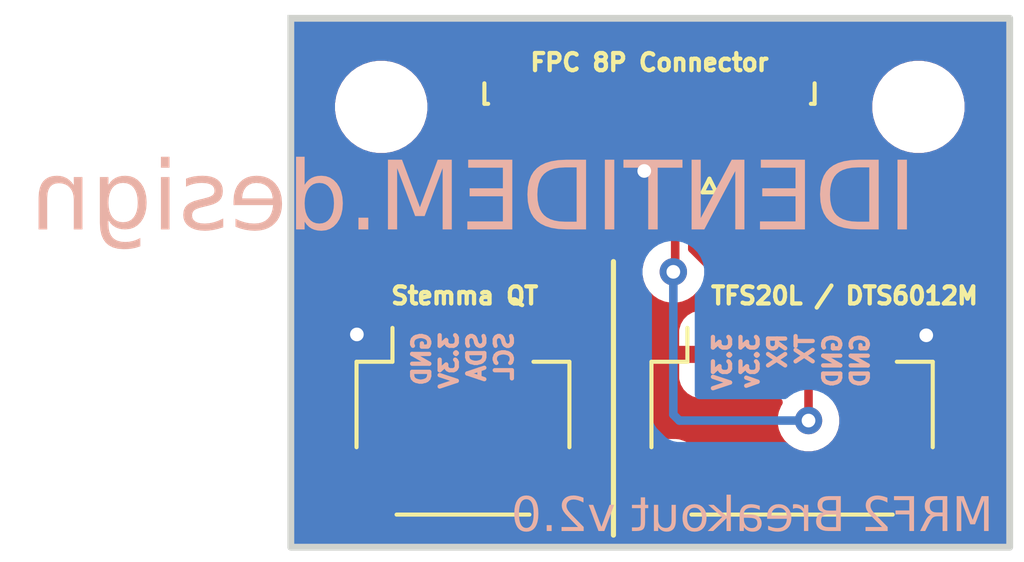
<source format=kicad_pcb>
(kicad_pcb (version 20241229) (generator "pcbnew") (generator_version "9.0")
  (layers (0 "F.Cu" signal) (2 "B.Cu" signal) (13 "F.Paste" user) (15 "B.Paste" user) (5 "F.SilkS" user "F.Silkscreen") (7 "B.SilkS" user "B.Silkscreen") (1 "F.Mask" user) (3 "B.Mask" user) (25 "Edge.Cuts" user))
  (net 0 "")
  (net 1 "/GND")
  (net 2 "Net-(J5-Pin_2)")
  (net 3 "/3.3V")
  (net 4 "Net-(J5-Pin_3)")
  (net 5 "Net-(J5-Pin_7)")
  (net 6 "Net-(J5-Pin_8)")
  (footprint "Connector_FFC-FPC:TE_0-1734839-8_1x08-1MP_P0.5mm_Horizontal" (layer "F.Cu") (at 127.8038 127.4262 180)
    (property "Reference" "J5" (hide yes))
    (property "Value" "FPC 8P Connector" (at 0 3.25 0) (layer "F.SilkS") (effects (font (size 0.5 0.5) (thickness 0.7))))
    (fp_line (start 4.825 2.04) (end 4.825 2.64) (stroke (width 0.12)) (layer "F.SilkS"))
    (fp_line (start 4.715 2.04) (end 4.825 2.04) (stroke (width 0.12)) (layer "F.SilkS"))
    (fp_line (start -1.55 -0.55) (end -1.95 -0.55) (stroke (width 0.12)) (layer "F.SilkS"))
    (fp_line (start -1.75 -0.15) (end -1.55 -0.55) (stroke (width 0.12)) (layer "F.SilkS"))
    (fp_line (start -1.95 -0.55) (end -1.75 -0.15) (stroke (width 0.12)) (layer "F.SilkS"))
    (fp_line (start -4.715 2.04) (end -4.825 2.04) (stroke (width 0.12)) (layer "F.SilkS"))
    (fp_line (start -4.825 2.04) (end -4.825 2.64) (stroke (width 0.12)) (layer "F.SilkS"))
    (pad "1" smd rect (at -1.75 -1.35 180) (size 0.3 1.1) (layers "F.Cu" "F.Mask" "F.Paste") (net 3 "/3.3V"))
    (pad "2" smd rect (at -1.25 -1.35 180) (size 0.3 1.1) (layers "F.Cu" "F.Mask" "F.Paste") (net 2 "Net-(J5-Pin_2)"))
    (pad "3" smd rect (at -0.75 -1.35 180) (size 0.3 1.1) (layers "F.Cu" "F.Mask" "F.Paste") (net 4 "Net-(J5-Pin_3)"))
    (pad "4" smd rect (at -0.25 -1.35 180) (size 0.3 1.1) (layers "F.Cu" "F.Mask" "F.Paste") (net 1 "/GND"))
    (pad "5" smd rect (at 0.25 -1.35 180) (size 0.3 1.1) (layers "F.Cu" "F.Mask" "F.Paste") (net 1 "/GND"))
    (pad "6" smd rect (at 0.75 -1.35 180) (size 0.3 1.1) (layers "F.Cu" "F.Mask" "F.Paste") (net 3 "/3.3V"))
    (pad "7" smd rect (at 1.25 -1.35 180) (size 0.3 1.1) (layers "F.Cu" "F.Mask" "F.Paste") (net 5 "Net-(J5-Pin_7)"))
    (pad "8" smd rect (at 1.75 -1.35 180) (size 0.3 1.1) (layers "F.Cu" "F.Mask" "F.Paste") (net 6 "Net-(J5-Pin_8)"))
    (pad "MP" smd rect (at -3.42 0.35 180) (size 2.3 3.1) (layers "F.Cu" "F.Mask" "F.Paste"))
    (pad "MP" smd rect (at 3.42 0.35 180) (size 2.3 3.1) (layers "F.Cu" "F.Mask" "F.Paste"))
  )
  (footprint "MountingHole:MountingHole_2.2mm_M2" (layer "F.Cu") (at 119.9642 125.476)
    (property "Reference" "REF**" (hide yes))
    (property "Value" "MountingHole_2.2mm_M2" (hide yes))
    (pad "" np_thru_hole circle (at 0 0) (size 2.2 2.2) (drill 2.2) (layers "*.Cu" "*.Mask"))
  )
  (footprint "Connector_JST:JST_SH_SM04B-SRSS-TB_1x04-1MP_P1.00mm_Horizontal" (layer "F.Cu") (at 122.3532 134.715)
    (property "Reference" "J6" (hide yes))
    (property "Value" "Stemma QT" (at 0.0494 -3.715 0) (layer "F.SilkS") (effects (font (size 0.5 0.5) (thickness 0.125))))
    (fp_line (start -3.11 -1.785) (end -2.06 -1.785) (stroke (width 0.12)) (layer "F.SilkS"))
    (fp_line (start -3.11 0.715) (end -3.11 -1.785) (stroke (width 0.12)) (layer "F.SilkS"))
    (fp_line (start -2.06 -1.785) (end -2.06 -2.775) (stroke (width 0.12)) (layer "F.SilkS"))
    (fp_line (start -1.94 2.685) (end 1.94 2.685) (stroke (width 0.12)) (layer "F.SilkS"))
    (fp_line (start 3.11 -1.785) (end 2.06 -1.785) (stroke (width 0.12)) (layer "F.SilkS"))
    (fp_line (start 3.11 0.715) (end 3.11 -1.785) (stroke (width 0.12)) (layer "F.SilkS"))
    (pad "1" smd roundrect (at -1.5 -2) (size 0.6 1.55) (layers "F.Cu" "F.Mask" "F.Paste") (net 1 "/GND"))
    (pad "2" smd roundrect (at -0.5 -2) (size 0.6 1.55) (layers "F.Cu" "F.Mask" "F.Paste") (net 3 "/3.3V"))
    (pad "3" smd roundrect (at 0.5 -2) (size 0.6 1.55) (layers "F.Cu" "F.Mask" "F.Paste") (net 5 "Net-(J5-Pin_7)"))
    (pad "4" smd roundrect (at 1.5 -2) (size 0.6 1.55) (layers "F.Cu" "F.Mask" "F.Paste") (net 6 "Net-(J5-Pin_8)"))
    (pad "MP" smd roundrect (at -2.8 1.875) (size 1.2 1.8) (layers "F.Cu" "F.Mask" "F.Paste") (roundrect_rratio 0.2083333333))
    (pad "MP" smd roundrect (at 2.8 1.875) (size 1.2 1.8) (layers "F.Cu" "F.Mask" "F.Paste") (roundrect_rratio 0.2083333333))
  )
  (footprint "Connector_JST:JST_SH_SM06B-SRSS-TB_1x06-1MP_P1.00mm_Horizontal" (layer "F.Cu") (at 131.9704 134.715)
    (property "Reference" "J7" (hide yes))
    (property "Value" "TFS20L / DTS6012M" (at 1.5296 -3.715 0) (layer "F.SilkS") (effects (font (size 0.5 0.5) (thickness 0.125))))
    (fp_line (start -4.11 -1.785) (end -3.06 -1.785) (stroke (width 0.12)) (layer "F.SilkS"))
    (fp_line (start -4.11 0.715) (end -4.11 -1.785) (stroke (width 0.12)) (layer "F.SilkS"))
    (fp_line (start -3.06 -1.785) (end -3.06 -2.775) (stroke (width 0.12)) (layer "F.SilkS"))
    (fp_line (start -2.94 2.685) (end 2.94 2.685) (stroke (width 0.12)) (layer "F.SilkS"))
    (fp_line (start 4.11 -1.785) (end 3.06 -1.785) (stroke (width 0.12)) (layer "F.SilkS"))
    (fp_line (start 4.11 0.715) (end 4.11 -1.785) (stroke (width 0.12)) (layer "F.SilkS"))
    (pad "1" smd roundrect (at -2.5 -2) (size 0.6 1.55) (layers "F.Cu" "F.Mask" "F.Paste") (net 3 "/3.3V"))
    (pad "2" smd roundrect (at -1.5 -2) (size 0.6 1.55) (layers "F.Cu" "F.Mask" "F.Paste") (net 3 "/3.3V"))
    (pad "3" smd roundrect (at -0.5 -2) (size 0.6 1.55) (layers "F.Cu" "F.Mask" "F.Paste") (net 2 "Net-(J5-Pin_2)"))
    (pad "4" smd roundrect (at 0.5 -2) (size 0.6 1.55) (layers "F.Cu" "F.Mask" "F.Paste") (net 4 "Net-(J5-Pin_3)"))
    (pad "5" smd roundrect (at 1.5 -2) (size 0.6 1.55) (layers "F.Cu" "F.Mask" "F.Paste") (net 1 "/GND"))
    (pad "6" smd roundrect (at 2.5 -2) (size 0.6 1.55) (layers "F.Cu" "F.Mask" "F.Paste") (net 1 "/GND"))
    (pad "MP" smd roundrect (at -3.8 1.875) (size 1.2 1.8) (layers "F.Cu" "F.Mask" "F.Paste") (roundrect_rratio 0.2083333333))
    (pad "MP" smd roundrect (at 3.8 1.875) (size 1.2 1.8) (layers "F.Cu" "F.Mask" "F.Paste") (roundrect_rratio 0.2083333333))
  )
  (footprint "MountingHole:MountingHole_2.2mm_M2" (layer "F.Cu") (at 135.6614 125.476)
    (property "Reference" "REF**" (hide yes))
    (property "Value" "MountingHole_2.2mm_M2" (hide yes))
    (pad "" np_thru_hole circle (at 0 0) (size 2.2 2.2) (drill 2.2) (layers "*.Cu" "*.Mask"))
  )
  (gr_line (start 126.75 138) (end 126.75 130) (stroke (width 0.15)) (layer "F.SilkS"))
  (gr_rect (start 117.3226 122.8852) (end 138.3284 138.3538) (stroke (width 0.2)) (fill no) (layer "Edge.Cuts"))
  (gr_text "GND\n3.3V\nSDA\nSCL" (at 123.85 132 90) (layer "B.SilkS") (effects (font (size 0.5 0.5) (thickness 0.125)) (justify left bottom mirror)))
  (gr_text "IDENTIDEM.design \n" (at 135.6 129.4 0) (layer "B.SilkS") (effects (font (size 2 2)) (justify left bottom mirror)))
  (gr_text "MRF2 Breakout v2.0" (at 137.85 138.05 0) (layer "B.SilkS") (effects (font (size 1 1)) (justify left bottom mirror)))
  (gr_text "3.3V\n3.3v\nRX\nTX\nGND\nGND" (at 134.25 132.05 90) (layer "B.SilkS") (effects (font (size 0.5 0.5) (thickness 0.125)) (justify left bottom mirror)))
  (segment (start 133.4704 133.161751) (end 133.4704 132.75) (width 0.25) (layer "F.Cu") (net 1))
  (segment (start 133.4704 132.75) (end 133.4704 132.715) (width 0.25) (layer "F.Cu") (net 1))
  (segment (start 120.269 132.1308) (end 120.8532 132.715) (width 0.25) (layer "F.Cu") (net 1))
  (segment (start 133.4704 132.715) (end 134.4704 132.715) (width 0.25) (layer "F.Cu") (net 1))
  (segment (start 135.0292 132.1562) (end 134.4704 132.715) (width 0.25) (layer "F.Cu") (net 1))
  (segment (start 135.89 132.1562) (end 135.0292 132.1562) (width 0.25) (layer "F.Cu") (net 1))
  (segment (start 127.65 128.3724) (end 128.0538 128.7762) (width 0.25) (layer "F.Cu") (net 1))
  (segment (start 119.253 132.1308) (end 120.269 132.1308) (width 0.25) (layer "F.Cu") (net 1))
  (segment (start 127.65 127.35) (end 127.65 128.3724) (width 0.25) (layer "F.Cu") (net 1))
  (via (at 135.89 132.1562) (size 0.8) (drill 0.4) (layers "F.Cu" "B.Cu") (net 1))
  (via (at 119.253 132.1308) (size 0.8) (drill 0.4) (layers "F.Cu" "B.Cu") (net 1))
  (via (at 127.65 127.35) (size 0.8) (drill 0.4) (layers "F.Cu" "B.Cu") (net 1))
  (segment (start 131.4704 132.0428) (end 131.4704 132.715) (width 0.25) (layer "F.Cu") (net 2))
  (segment (start 129.0538 128.7762) (end 129.0538 129.6262) (width 0.25) (layer "F.Cu") (net 2))
  (segment (start 129.0538 129.6262) (end 131.4704 132.0428) (width 0.25) (layer "F.Cu") (net 2))
  (segment (start 129.5538 128.7762) (end 129.5538 127.5288) (width 0.25) (layer "F.Cu") (net 3))
  (segment (start 127.0538 128.7762) (end 127.0538 127.78052) (width 0.25) (layer "F.Cu") (net 3))
  (segment (start 127.0538 127.78052) (end 126.5 127.22672) (width 0.25) (layer "F.Cu") (net 3))
  (segment (start 129.3622 132.6068) (end 129.4704 132.715) (width 0.25) (layer "F.Cu") (net 3))
  (segment (start 126.5 127.22672) (end 126.5 127.05) (width 0.25) (layer "F.Cu") (net 3))
  (segment (start 129.5538 127.5288) (end 129.3 127.275) (width 0.25) (layer "F.Cu") (net 3))
  (segment (start 121.793 132.7752) (end 121.8532 132.715) (width 0.25) (layer "F.Cu") (net 3))
  (segment (start 132.45 132.7354) (end 132.4704 132.715) (width 0.25) (layer "F.Cu") (net 4))
  (segment (start 132.4704 133.161751) (end 132.4704 132.715) (width 0.25) (layer "F.Cu") (net 4))
  (segment (start 132.45 134.65) (end 132.45 132.7354) (width 0.25) (layer "F.Cu") (net 4))
  (segment (start 128.5538 130.2462) (end 128.5538 128.7762) (width 0.25) (layer "F.Cu") (net 4))
  (segment (start 128.5 130.3) (end 128.5538 130.2462) (width 0.25) (layer "F.Cu") (net 4))
  (via (at 128.5 130.3) (size 0.8) (drill 0.4) (layers "F.Cu" "B.Cu") (net 4))
  (via (at 132.45 134.65) (size 0.8) (drill 0.4) (layers "F.Cu" "B.Cu") (net 4))
  (segment (start 128.5 134.475) (end 128.5 130.3) (width 0.25) (layer "B.Cu") (net 4))
  (segment (start 128.675 134.65) (end 128.5 134.475) (width 0.25) (layer "B.Cu") (net 4))
  (segment (start 132.45 134.65) (end 128.675 134.65) (width 0.25) (layer "B.Cu") (net 4))
  (segment (start 123.9774 134.5184) (end 122.9868 134.5184) (width 0.25) (layer "F.Cu") (net 5))
  (segment (start 126.5538 128.7762) (end 126.5538 131.942) (width 0.25) (layer "F.Cu") (net 5))
  (segment (start 122.8852 132.747) (end 122.8532 132.715) (width 0.25) (layer "F.Cu") (net 5))
  (segment (start 122.8852 134.4168) (end 122.8852 132.747) (width 0.25) (layer "F.Cu") (net 5))
  (segment (start 122.9868 134.5184) (end 122.8852 134.4168) (width 0.25) (layer "F.Cu") (net 5))
  (segment (start 126.5538 131.942) (end 123.9774 134.5184) (width 0.25) (layer "F.Cu") (net 5))
  (segment (start 126.0538 130.5144) (end 123.8532 132.715) (width 0.25) (layer "F.Cu") (net 6))
  (segment (start 126.0538 128.7762) (end 126.0538 130.5144) (width 0.25) (layer "F.Cu") (net 6))
  (zone (net 3) (net_name "/3.3V") (layer "F.Cu") (priority 1) (connect_pads (clearance 0.5)) (min_thickness 0.25) (fill yes (thermal_gap 0.5) (thermal_bridge_width 0.5))
    (polygon (pts (xy 116.95 122.35) (xy 116.9 138.8) (xy 138.75 138.75) (xy 138.55 122.45)))
  )
  (zone (net 1) (net_name "/GND") (layer "B.Cu") (connect_pads (clearance 0.5)) (min_thickness 0.25) (fill yes (thermal_gap 0.5) (thermal_bridge_width 0.5))
    (polygon (pts (xy 116.95 122.45) (xy 116.95 138.8) (xy 138.7 138.8) (xy 138.6 122.5)))
  )
)
</source>
